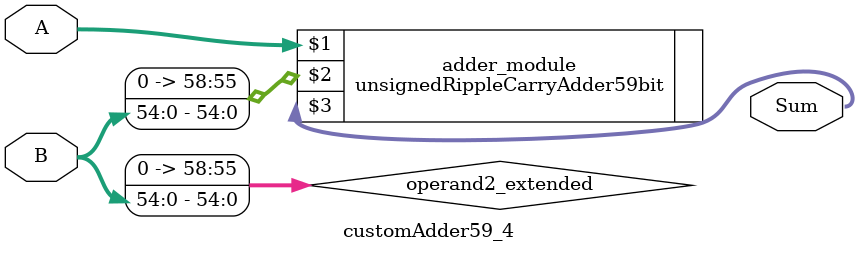
<source format=v>
module customAdder59_4(
                        input [58 : 0] A,
                        input [54 : 0] B,
                        
                        output [59 : 0] Sum
                );

        wire [58 : 0] operand2_extended;
        
        assign operand2_extended =  {4'b0, B};
        
        unsignedRippleCarryAdder59bit adder_module(
            A,
            operand2_extended,
            Sum
        );
        
        endmodule
        
</source>
